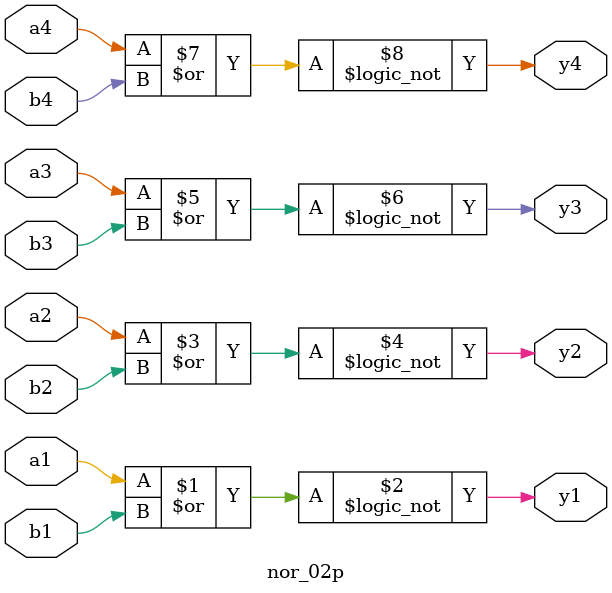
<source format=v>
module nor_02p (
    input a1,
    input b1,
    output y1,

    input a2,
    input b2,
    output y2,

    input a3,
    input b3,
    output y3,

    input a4,
    input b4,
    output y4);

    assign y1 = !(a1 | b1);
    assign y2 = !(a2 | b2);
    assign y3 = !(a3 | b3);
    assign y4 = !(a4 | b4);

endmodule
</source>
